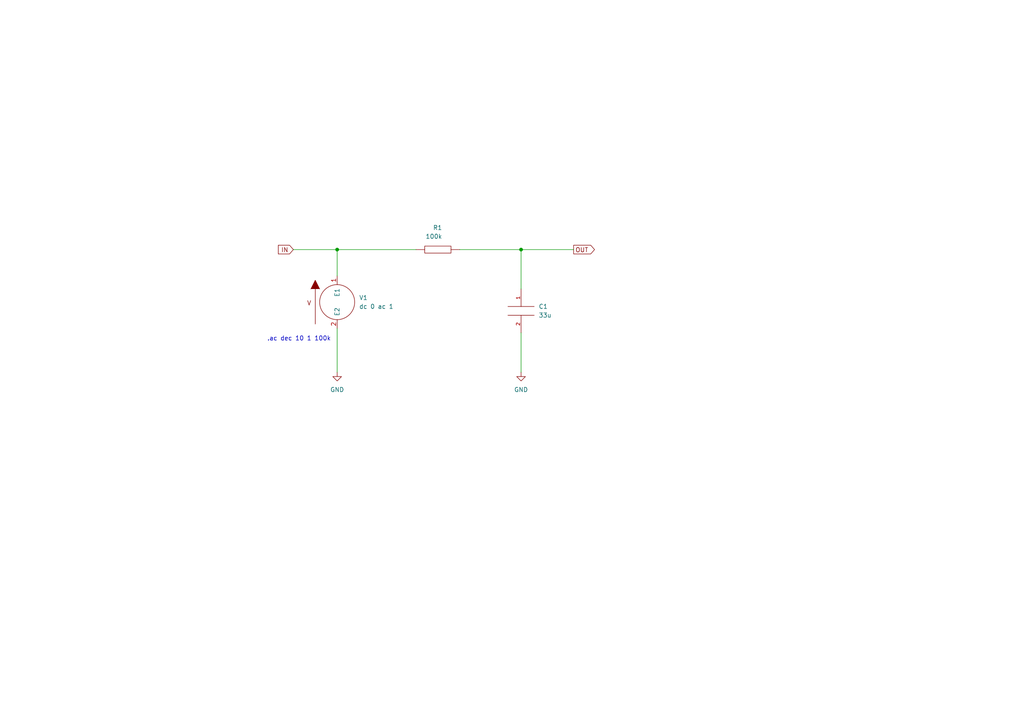
<source format=kicad_sch>
(kicad_sch (version 20211123) (generator eeschema)
  (paper "A4")
  (title_block (title "Prac") (rev "PDS") (company "ESCOM"))
  (lib_symbols
    (symbol "power:GND" (power) (pin_names (offset 0))
      (property "Value" "GND" (at 0 -3.81 0))
      (symbol "GND_0_1"
        (polyline (pts (xy 0 0) (xy 0 -1.27) (xy 1.27 -1.27) (xy 0 -2.54) (xy -1.27 -1.27) (xy 0 -1.27)))
      )
      (symbol "GND_1_1"
        (pin power_in line (at 0 0 270) (length 0) hide (name "GND") (number "1"))
      )
    )
    (symbol "pspice:C" (pin_names (offset 0.254))
      (property "Reference" "C" (at 2.54 3.81 90))
      (property "Value" "C" (at 2.54 -3.81 90))
      (symbol "C_0_1"
        (polyline (pts (xy -3.81 -1.27) (xy 3.81 -1.27)))
        (polyline (pts (xy -3.81 1.27) (xy 3.81 1.27)))
      )
      (symbol "C_1_1"
        (pin passive line (at 0 6.35 270) (length 5.08) (name "~") (number "1"))
        (pin passive line (at 0 -6.35 90) (length 5.08) (name "~") (number "2"))
      )
    )
    (symbol "pspice:R" (pin_numbers hide) (pin_names (offset 0))
      (property "Reference" "R" (at 2.032 0 90))
      (property "Value" "R" (at 0 0 90))
      (symbol "R_0_1"
        (rectangle (start -1.016 3.81) (end 1.016 -3.81))
      )
      (symbol "R_1_1"
        (pin passive line (at 0 6.35 270) (length 2.54) (name "~") (number "1"))
        (pin passive line (at 0 -6.35 90) (length 2.54) (name "~") (number "2"))
      )
    )
    (symbol "pspice:VSOURCE" (pin_names (offset 1.016))
      (property "Reference" "V" (at -6.35 7.62 0))
      (property "Value" "VSOURCE" (at 0 0 0))
      (symbol "VSOURCE_0_1"
        (polyline (pts (xy -6.35 -6.35) (xy -6.35 3.81)) (fill (type outline)))
        (polyline (pts (xy -7.62 3.81) (xy -6.35 6.35) (xy -5.08 3.81)) (fill (type outline)))
        (circle (center 0 0) (radius 5.08))
        (text "V" (at -8.128 -0.254 0) (effects (font (size 1.27 1.27))))
      )
      (symbol "VSOURCE_1_1"
        (pin input line (at 0 7.62 270) (length 2.54) (name "E1") (number "1"))
        (pin input line (at 0 -7.62 90) (length 2.54) (name "E2") (number "2"))
      )
    )
  )
  (junction (at 151.13 72.39))
  (junction (at 97.79 72.39))
  (wire (pts (xy 97.79 72.39) (xy 97.79 80.01)))
  (wire (pts (xy 151.13 96.52) (xy 151.13 107.95)))
  (wire (pts (xy 151.13 72.39) (xy 166.37 72.39)))
  (wire (pts (xy 97.79 95.25) (xy 97.79 107.95)))
  (wire (pts (xy 85.09 72.39) (xy 97.79 72.39)))
  (wire (pts (xy 133.35 72.39) (xy 151.13 72.39)))
  (wire (pts (xy 151.13 72.39) (xy 151.13 83.82)))
  (wire (pts (xy 97.79 72.39) (xy 120.65 72.39)))
  (text ".ac dec 10 1 100k" (at 77.47 99.06 0) (effects (font (size 1.27 1.27)) (justify left bottom)))
  (global_label "OUT" (shape output) (at 166.37 72.39 0) (property "Intersheet References" "${INTERSHEET_REFS}" (effects hide)))
  (global_label "IN" (shape input) (at 85.09 72.39 180) (property "Intersheet References" "${INTERSHEET_REFS}" (effects hide)))
  (symbol (lib_id "pspice:VSOURCE") (at 97.79 87.63 0) (unit 1)
    (property "Reference" "V1" (at 104.14 86.3599 0) (effects (justify left)))
    (property "Value" "dc 0 ac 1" (at 104.14 88.8999 0) (effects (justify left)))
    (property "Spice_Primitive" "V" (effects hide))
    (property "Spice_Model" "dc 0 ac 1" (effects hide))
    (property "Spice_Netlist_Enabled" "Y" (effects hide))
  )
  (symbol (lib_id "power:GND") (at 151.13 107.95 0) (unit 1)
    (property "Reference" "#PWR?" (effects hide))
    (property "Value" "GND" (at 151.13 113.03 0))
  )
  (symbol (lib_id "pspice:C") (at 151.13 90.17 0) (unit 1)
    (property "Reference" "C1" (at 156.21 88.8999 0) (effects (justify left)))
    (property "Value" "33u" (at 156.21 91.4399 0) (effects (justify left)))
  )
  (symbol (lib_id "pspice:R") (at 127 72.39 90) (unit 1)
    (property "Reference" "R1" (at 128.27 66.04 90) (effects (justify left)))
    (property "Value" "100k" (at 128.27 68.58 90) (effects (justify left)))
  )
  (symbol (lib_id "power:GND") (at 97.79 107.95 0) (unit 1)
    (property "Reference" "#PWR?" (effects hide))
    (property "Value" "GND" (at 97.79 113.03 0))
  )
)
</source>
